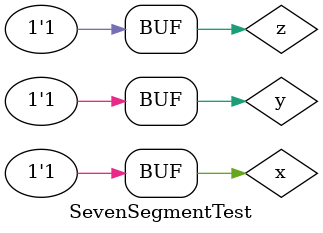
<source format=v>
module SevenSegment(
  input wire x,
  input wire y,
  input wire z,
  output wire a,
  output wire b,
  output wire c,
  output wire d,
  output wire e,
  output wire f,
  output wire g
);

  // Invert inputs
  not(x_, x);
  not(y_, y);
  not(z_, z);

  // Compute minimum products
  and(x_Az_, x_, z_);
  and(xAz, x, z);
  and(x_Ay, x_, y);
  and(xAy_Az, xAz, y_);
  and(yAz_, y, z_);
  and(x_Ay_Az_, x_Az_, y_);
  and(x_AyAz, x_Ay, z);
  and(xAyAz_, x, yAz_);
  and(xAy_, x, y_);

  // Compute a
  or(a_buffer_0, x_Az_, xAz);
  or(a, a_buffer_0, y);

  // Compute b
  or(b, y_, xAz);

  // Compute c
  or(c_buffer_0, y_, x);
  or(c, c_buffer_0, z_);

  // Compute d
  or(d_buffer_0, x_Az_, xAy_Az);
  or(d_buffer_1, d_buffer_0, x_Ay);
  or(d, d_buffer_1, yAz_);

  // Compute e
  or(e_buffer_0, x_Ay_Az_, x_AyAz);
  or(e, e_buffer_0, xAyAz_);

  // Compute f
  or(f_buffer_0, x_Ay, xAy_);
  or(f, f_buffer_0, z_);

  // Compute g
  or(g_buffer_0, x_Ay, yAz_);
  or(g, g_buffer_0, xAy_);

endmodule // SevenSegment


module SevenSegmentTest;

  reg x;
  reg y;
  reg z;
  wire a;
  wire b;
  wire c;
  wire d;
  wire e;
  wire f;
  wire g;

  SevenSegment sevenSegment(x, y, z, a, b, c, d, e, f, g);

  initial begin
    $monitor("x = %d, y = %d, z = %d, a = %d, b = %d, c = %d, d = %d, e = %d, f = %d, g = %d", x, y, z, a, b, c, d, e, f, g);
    x = 0; y = 0; z = 0;
    #20; x = 0; y = 0; z = 1;
    #20; x = 0; y = 1; z = 0;
    #20; x = 0; y = 1; z = 1;
    #20; x = 1; y = 0; z = 0;
    #20; x = 1; y = 0; z = 1;
    #20; x = 1; y = 1; z = 0;
    #20; x = 1; y = 1; z = 1;
  end

endmodule // SevenSegmentTest
</source>
